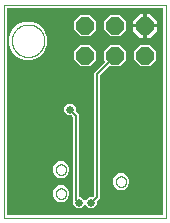
<source format=gtl>
G04 EAGLE Gerber RS-274X export*
G75*
%MOMM*%
%FSLAX34Y34*%
%LPD*%
%INTop copper*%
%IPPOS*%
%AMOC8*
5,1,8,0,0,1.08239X$1,22.5*%
G01*
%ADD10C,0.000000*%
%ADD11P,1.649562X8X22.500000*%
%ADD12C,0.654800*%
%ADD13C,0.203200*%

G36*
X149118Y17784D02*
X149118Y17784D01*
X149137Y17782D01*
X149239Y17804D01*
X149341Y17820D01*
X149358Y17830D01*
X149378Y17834D01*
X149467Y17887D01*
X149558Y17936D01*
X149572Y17950D01*
X149589Y17960D01*
X149656Y18039D01*
X149728Y18114D01*
X149736Y18132D01*
X149749Y18147D01*
X149788Y18243D01*
X149831Y18337D01*
X149833Y18357D01*
X149841Y18375D01*
X149859Y18542D01*
X149859Y192278D01*
X149856Y192298D01*
X149858Y192317D01*
X149836Y192419D01*
X149820Y192521D01*
X149810Y192538D01*
X149806Y192558D01*
X149753Y192647D01*
X149704Y192738D01*
X149690Y192752D01*
X149680Y192769D01*
X149601Y192836D01*
X149526Y192908D01*
X149508Y192916D01*
X149493Y192929D01*
X149397Y192968D01*
X149303Y193011D01*
X149283Y193013D01*
X149265Y193021D01*
X149098Y193039D01*
X18542Y193039D01*
X18522Y193036D01*
X18503Y193038D01*
X18401Y193016D01*
X18299Y193000D01*
X18282Y192990D01*
X18262Y192986D01*
X18173Y192933D01*
X18082Y192884D01*
X18068Y192870D01*
X18051Y192860D01*
X17984Y192781D01*
X17912Y192706D01*
X17904Y192688D01*
X17891Y192673D01*
X17852Y192577D01*
X17809Y192483D01*
X17807Y192463D01*
X17799Y192445D01*
X17781Y192278D01*
X17781Y18542D01*
X17784Y18522D01*
X17782Y18503D01*
X17804Y18401D01*
X17820Y18299D01*
X17830Y18282D01*
X17834Y18262D01*
X17887Y18173D01*
X17936Y18082D01*
X17950Y18068D01*
X17960Y18051D01*
X18039Y17984D01*
X18114Y17912D01*
X18132Y17904D01*
X18147Y17891D01*
X18243Y17852D01*
X18337Y17809D01*
X18357Y17807D01*
X18375Y17799D01*
X18542Y17781D01*
X149098Y17781D01*
X149118Y17784D01*
G37*
%LPC*%
G36*
X76752Y23141D02*
X76752Y23141D01*
X73941Y25952D01*
X73941Y28830D01*
X73927Y28920D01*
X73919Y29011D01*
X73907Y29041D01*
X73902Y29073D01*
X73859Y29154D01*
X73823Y29238D01*
X73797Y29270D01*
X73786Y29290D01*
X73763Y29313D01*
X73718Y29369D01*
X73659Y29428D01*
X73659Y100232D01*
X73645Y100322D01*
X73637Y100413D01*
X73625Y100443D01*
X73620Y100475D01*
X73577Y100556D01*
X73541Y100640D01*
X73515Y100672D01*
X73504Y100692D01*
X73481Y100715D01*
X73436Y100771D01*
X72549Y101658D01*
X72475Y101711D01*
X72405Y101771D01*
X72375Y101783D01*
X72349Y101802D01*
X72262Y101829D01*
X72177Y101863D01*
X72136Y101867D01*
X72114Y101874D01*
X72082Y101873D01*
X72010Y101881D01*
X69132Y101881D01*
X66321Y104692D01*
X66321Y108668D01*
X69132Y111479D01*
X73108Y111479D01*
X75919Y108668D01*
X75919Y105790D01*
X75933Y105700D01*
X75941Y105609D01*
X75953Y105579D01*
X75958Y105547D01*
X76001Y105466D01*
X76037Y105382D01*
X76063Y105350D01*
X76074Y105330D01*
X76097Y105307D01*
X76142Y105251D01*
X78741Y102652D01*
X78741Y33500D01*
X78744Y33480D01*
X78742Y33461D01*
X78764Y33359D01*
X78780Y33257D01*
X78790Y33240D01*
X78794Y33220D01*
X78847Y33131D01*
X78896Y33040D01*
X78910Y33026D01*
X78920Y33009D01*
X78999Y32942D01*
X79074Y32870D01*
X79092Y32862D01*
X79107Y32849D01*
X79203Y32810D01*
X79297Y32767D01*
X79317Y32765D01*
X79335Y32757D01*
X79502Y32739D01*
X80728Y32739D01*
X83282Y30185D01*
X83298Y30173D01*
X83310Y30158D01*
X83398Y30101D01*
X83481Y30041D01*
X83500Y30035D01*
X83517Y30025D01*
X83618Y29999D01*
X83717Y29969D01*
X83736Y29969D01*
X83756Y29964D01*
X83859Y29972D01*
X83962Y29975D01*
X83981Y29982D01*
X84001Y29984D01*
X84096Y30024D01*
X84193Y30060D01*
X84209Y30072D01*
X84227Y30080D01*
X84358Y30185D01*
X86912Y32739D01*
X89790Y32739D01*
X89880Y32753D01*
X89971Y32761D01*
X90001Y32773D01*
X90033Y32778D01*
X90114Y32821D01*
X90198Y32857D01*
X90230Y32883D01*
X90250Y32894D01*
X90273Y32917D01*
X90329Y32962D01*
X91216Y33849D01*
X91269Y33923D01*
X91329Y33993D01*
X91341Y34023D01*
X91360Y34049D01*
X91387Y34136D01*
X91421Y34221D01*
X91425Y34262D01*
X91432Y34284D01*
X91431Y34316D01*
X91439Y34388D01*
X91439Y138022D01*
X100609Y147192D01*
X100621Y147208D01*
X100637Y147221D01*
X100693Y147308D01*
X100753Y147392D01*
X100759Y147411D01*
X100770Y147428D01*
X100795Y147528D01*
X100825Y147627D01*
X100825Y147647D01*
X100830Y147666D01*
X100822Y147769D01*
X100819Y147873D01*
X100812Y147892D01*
X100810Y147911D01*
X100770Y148006D01*
X100734Y148104D01*
X100722Y148119D01*
X100714Y148138D01*
X100609Y148269D01*
X100266Y148612D01*
X100266Y156188D01*
X105623Y161545D01*
X113198Y161545D01*
X118555Y156188D01*
X118555Y148612D01*
X113198Y143255D01*
X105623Y143255D01*
X105279Y143599D01*
X105263Y143611D01*
X105250Y143626D01*
X105163Y143682D01*
X105079Y143742D01*
X105060Y143748D01*
X105044Y143759D01*
X104943Y143784D01*
X104844Y143815D01*
X104824Y143814D01*
X104805Y143819D01*
X104702Y143811D01*
X104598Y143808D01*
X104580Y143802D01*
X104560Y143800D01*
X104465Y143760D01*
X104367Y143724D01*
X104352Y143711D01*
X104333Y143704D01*
X104203Y143599D01*
X96744Y136140D01*
X96691Y136066D01*
X96631Y135997D01*
X96619Y135966D01*
X96600Y135940D01*
X96573Y135853D01*
X96539Y135768D01*
X96535Y135728D01*
X96528Y135705D01*
X96529Y135673D01*
X96521Y135602D01*
X96521Y31968D01*
X93922Y29369D01*
X93869Y29295D01*
X93809Y29225D01*
X93797Y29195D01*
X93778Y29169D01*
X93751Y29082D01*
X93717Y28997D01*
X93713Y28956D01*
X93706Y28934D01*
X93707Y28902D01*
X93699Y28830D01*
X93699Y25952D01*
X90888Y23141D01*
X86912Y23141D01*
X84358Y25695D01*
X84342Y25707D01*
X84330Y25722D01*
X84242Y25779D01*
X84159Y25839D01*
X84140Y25845D01*
X84123Y25855D01*
X84022Y25881D01*
X83923Y25911D01*
X83904Y25911D01*
X83884Y25916D01*
X83781Y25908D01*
X83678Y25905D01*
X83659Y25898D01*
X83639Y25896D01*
X83544Y25856D01*
X83447Y25820D01*
X83431Y25808D01*
X83413Y25800D01*
X83282Y25695D01*
X80728Y23141D01*
X76752Y23141D01*
G37*
%LPD*%
%LPC*%
G36*
X32360Y148709D02*
X32360Y148709D01*
X26372Y151189D01*
X21789Y155772D01*
X19309Y161760D01*
X19309Y168240D01*
X21789Y174228D01*
X26372Y178811D01*
X32360Y181291D01*
X38840Y181291D01*
X44828Y178811D01*
X49411Y174228D01*
X51891Y168240D01*
X51891Y161760D01*
X49411Y155772D01*
X44828Y151189D01*
X38840Y148709D01*
X32360Y148709D01*
G37*
%LPD*%
%LPC*%
G36*
X105623Y168655D02*
X105623Y168655D01*
X100266Y174012D01*
X100266Y181588D01*
X105623Y186945D01*
X113198Y186945D01*
X118555Y181588D01*
X118555Y174012D01*
X113198Y168655D01*
X105623Y168655D01*
G37*
%LPD*%
%LPC*%
G36*
X80223Y168655D02*
X80223Y168655D01*
X74866Y174012D01*
X74866Y181588D01*
X80223Y186945D01*
X87798Y186945D01*
X93155Y181588D01*
X93155Y174012D01*
X87798Y168655D01*
X80223Y168655D01*
G37*
%LPD*%
%LPC*%
G36*
X131023Y143255D02*
X131023Y143255D01*
X125666Y148612D01*
X125666Y156188D01*
X131023Y161545D01*
X138598Y161545D01*
X143955Y156188D01*
X143955Y148612D01*
X138598Y143255D01*
X131023Y143255D01*
G37*
%LPD*%
%LPC*%
G36*
X80223Y143255D02*
X80223Y143255D01*
X74866Y148612D01*
X74866Y156188D01*
X80223Y161545D01*
X87798Y161545D01*
X93155Y156188D01*
X93155Y148612D01*
X87798Y143255D01*
X80223Y143255D01*
G37*
%LPD*%
%LPC*%
G36*
X62110Y48894D02*
X62110Y48894D01*
X59543Y49958D01*
X57578Y51923D01*
X56514Y54490D01*
X56514Y57270D01*
X57578Y59837D01*
X59543Y61802D01*
X62110Y62866D01*
X64890Y62866D01*
X67457Y61802D01*
X69422Y59837D01*
X70486Y57270D01*
X70486Y54490D01*
X69422Y51923D01*
X67457Y49958D01*
X64890Y48894D01*
X62110Y48894D01*
G37*
%LPD*%
%LPC*%
G36*
X112910Y38734D02*
X112910Y38734D01*
X110343Y39798D01*
X108378Y41763D01*
X107314Y44330D01*
X107314Y47110D01*
X108378Y49677D01*
X110343Y51642D01*
X112910Y52706D01*
X115690Y52706D01*
X118257Y51642D01*
X120222Y49677D01*
X121286Y47110D01*
X121286Y44330D01*
X120222Y41763D01*
X118257Y39798D01*
X115690Y38734D01*
X112910Y38734D01*
G37*
%LPD*%
%LPC*%
G36*
X62110Y28574D02*
X62110Y28574D01*
X59543Y29638D01*
X57578Y31603D01*
X56514Y34170D01*
X56514Y36950D01*
X57578Y39517D01*
X59543Y41482D01*
X62110Y42546D01*
X64890Y42546D01*
X67457Y41482D01*
X69422Y39517D01*
X70486Y36950D01*
X70486Y34170D01*
X69422Y31603D01*
X67457Y29638D01*
X64890Y28574D01*
X62110Y28574D01*
G37*
%LPD*%
%LPC*%
G36*
X136334Y179323D02*
X136334Y179323D01*
X136334Y187961D01*
X139019Y187961D01*
X144971Y182009D01*
X144971Y179323D01*
X136334Y179323D01*
G37*
%LPD*%
%LPC*%
G36*
X124650Y179323D02*
X124650Y179323D01*
X124650Y182009D01*
X130602Y187961D01*
X133287Y187961D01*
X133287Y179323D01*
X124650Y179323D01*
G37*
%LPD*%
%LPC*%
G36*
X136334Y167639D02*
X136334Y167639D01*
X136334Y176277D01*
X144971Y176277D01*
X144971Y173591D01*
X139019Y167639D01*
X136334Y167639D01*
G37*
%LPD*%
%LPC*%
G36*
X130602Y167639D02*
X130602Y167639D01*
X124650Y173591D01*
X124650Y176277D01*
X133287Y176277D01*
X133287Y167639D01*
X130602Y167639D01*
G37*
%LPD*%
%LPC*%
G36*
X134810Y177799D02*
X134810Y177799D01*
X134810Y177801D01*
X134811Y177801D01*
X134811Y177799D01*
X134810Y177799D01*
G37*
%LPD*%
D10*
X15240Y15240D02*
X152400Y15240D01*
X152400Y195580D01*
X15240Y195580D01*
X15240Y15240D01*
X21850Y165000D02*
X21854Y165337D01*
X21867Y165675D01*
X21887Y166012D01*
X21916Y166348D01*
X21953Y166683D01*
X21999Y167018D01*
X22052Y167351D01*
X22114Y167682D01*
X22184Y168013D01*
X22262Y168341D01*
X22348Y168667D01*
X22442Y168991D01*
X22544Y169313D01*
X22654Y169632D01*
X22771Y169949D01*
X22897Y170262D01*
X23030Y170572D01*
X23170Y170879D01*
X23318Y171182D01*
X23474Y171482D01*
X23636Y171777D01*
X23806Y172069D01*
X23983Y172356D01*
X24167Y172639D01*
X24358Y172917D01*
X24556Y173191D01*
X24760Y173459D01*
X24971Y173723D01*
X25188Y173981D01*
X25412Y174234D01*
X25642Y174481D01*
X25877Y174723D01*
X26119Y174958D01*
X26366Y175188D01*
X26619Y175412D01*
X26877Y175629D01*
X27141Y175840D01*
X27409Y176044D01*
X27683Y176242D01*
X27961Y176433D01*
X28244Y176617D01*
X28531Y176794D01*
X28823Y176964D01*
X29118Y177126D01*
X29418Y177282D01*
X29721Y177430D01*
X30028Y177570D01*
X30338Y177703D01*
X30651Y177829D01*
X30968Y177946D01*
X31287Y178056D01*
X31609Y178158D01*
X31933Y178252D01*
X32259Y178338D01*
X32587Y178416D01*
X32918Y178486D01*
X33249Y178548D01*
X33582Y178601D01*
X33917Y178647D01*
X34252Y178684D01*
X34588Y178713D01*
X34925Y178733D01*
X35263Y178746D01*
X35600Y178750D01*
X35937Y178746D01*
X36275Y178733D01*
X36612Y178713D01*
X36948Y178684D01*
X37283Y178647D01*
X37618Y178601D01*
X37951Y178548D01*
X38282Y178486D01*
X38613Y178416D01*
X38941Y178338D01*
X39267Y178252D01*
X39591Y178158D01*
X39913Y178056D01*
X40232Y177946D01*
X40549Y177829D01*
X40862Y177703D01*
X41172Y177570D01*
X41479Y177430D01*
X41782Y177282D01*
X42082Y177126D01*
X42377Y176964D01*
X42669Y176794D01*
X42956Y176617D01*
X43239Y176433D01*
X43517Y176242D01*
X43791Y176044D01*
X44059Y175840D01*
X44323Y175629D01*
X44581Y175412D01*
X44834Y175188D01*
X45081Y174958D01*
X45323Y174723D01*
X45558Y174481D01*
X45788Y174234D01*
X46012Y173981D01*
X46229Y173723D01*
X46440Y173459D01*
X46644Y173191D01*
X46842Y172917D01*
X47033Y172639D01*
X47217Y172356D01*
X47394Y172069D01*
X47564Y171777D01*
X47726Y171482D01*
X47882Y171182D01*
X48030Y170879D01*
X48170Y170572D01*
X48303Y170262D01*
X48429Y169949D01*
X48546Y169632D01*
X48656Y169313D01*
X48758Y168991D01*
X48852Y168667D01*
X48938Y168341D01*
X49016Y168013D01*
X49086Y167682D01*
X49148Y167351D01*
X49201Y167018D01*
X49247Y166683D01*
X49284Y166348D01*
X49313Y166012D01*
X49333Y165675D01*
X49346Y165337D01*
X49350Y165000D01*
X49346Y164663D01*
X49333Y164325D01*
X49313Y163988D01*
X49284Y163652D01*
X49247Y163317D01*
X49201Y162982D01*
X49148Y162649D01*
X49086Y162318D01*
X49016Y161987D01*
X48938Y161659D01*
X48852Y161333D01*
X48758Y161009D01*
X48656Y160687D01*
X48546Y160368D01*
X48429Y160051D01*
X48303Y159738D01*
X48170Y159428D01*
X48030Y159121D01*
X47882Y158818D01*
X47726Y158518D01*
X47564Y158223D01*
X47394Y157931D01*
X47217Y157644D01*
X47033Y157361D01*
X46842Y157083D01*
X46644Y156809D01*
X46440Y156541D01*
X46229Y156277D01*
X46012Y156019D01*
X45788Y155766D01*
X45558Y155519D01*
X45323Y155277D01*
X45081Y155042D01*
X44834Y154812D01*
X44581Y154588D01*
X44323Y154371D01*
X44059Y154160D01*
X43791Y153956D01*
X43517Y153758D01*
X43239Y153567D01*
X42956Y153383D01*
X42669Y153206D01*
X42377Y153036D01*
X42082Y152874D01*
X41782Y152718D01*
X41479Y152570D01*
X41172Y152430D01*
X40862Y152297D01*
X40549Y152171D01*
X40232Y152054D01*
X39913Y151944D01*
X39591Y151842D01*
X39267Y151748D01*
X38941Y151662D01*
X38613Y151584D01*
X38282Y151514D01*
X37951Y151452D01*
X37618Y151399D01*
X37283Y151353D01*
X36948Y151316D01*
X36612Y151287D01*
X36275Y151267D01*
X35937Y151254D01*
X35600Y151250D01*
X35263Y151254D01*
X34925Y151267D01*
X34588Y151287D01*
X34252Y151316D01*
X33917Y151353D01*
X33582Y151399D01*
X33249Y151452D01*
X32918Y151514D01*
X32587Y151584D01*
X32259Y151662D01*
X31933Y151748D01*
X31609Y151842D01*
X31287Y151944D01*
X30968Y152054D01*
X30651Y152171D01*
X30338Y152297D01*
X30028Y152430D01*
X29721Y152570D01*
X29418Y152718D01*
X29118Y152874D01*
X28823Y153036D01*
X28531Y153206D01*
X28244Y153383D01*
X27961Y153567D01*
X27683Y153758D01*
X27409Y153956D01*
X27141Y154160D01*
X26877Y154371D01*
X26619Y154588D01*
X26366Y154812D01*
X26119Y155042D01*
X25877Y155277D01*
X25642Y155519D01*
X25412Y155766D01*
X25188Y156019D01*
X24971Y156277D01*
X24760Y156541D01*
X24556Y156809D01*
X24358Y157083D01*
X24167Y157361D01*
X23983Y157644D01*
X23806Y157931D01*
X23636Y158223D01*
X23474Y158518D01*
X23318Y158818D01*
X23170Y159121D01*
X23030Y159428D01*
X22897Y159738D01*
X22771Y160051D01*
X22654Y160368D01*
X22544Y160687D01*
X22442Y161009D01*
X22348Y161333D01*
X22262Y161659D01*
X22184Y161987D01*
X22114Y162318D01*
X22052Y162649D01*
X21999Y162982D01*
X21953Y163317D01*
X21916Y163652D01*
X21887Y163988D01*
X21867Y164325D01*
X21854Y164663D01*
X21850Y165000D01*
D11*
X84011Y152400D03*
X84011Y177800D03*
X109411Y152400D03*
X109411Y177800D03*
X134811Y152400D03*
X134811Y177800D03*
D10*
X109855Y45720D02*
X109857Y45853D01*
X109863Y45986D01*
X109873Y46118D01*
X109887Y46251D01*
X109905Y46382D01*
X109926Y46514D01*
X109952Y46644D01*
X109982Y46774D01*
X110015Y46903D01*
X110052Y47030D01*
X110094Y47157D01*
X110138Y47282D01*
X110187Y47406D01*
X110239Y47528D01*
X110295Y47649D01*
X110355Y47768D01*
X110418Y47885D01*
X110484Y48000D01*
X110554Y48113D01*
X110627Y48224D01*
X110704Y48333D01*
X110784Y48439D01*
X110867Y48543D01*
X110953Y48645D01*
X111042Y48743D01*
X111133Y48839D01*
X111228Y48933D01*
X111326Y49023D01*
X111426Y49111D01*
X111529Y49195D01*
X111634Y49277D01*
X111741Y49355D01*
X111851Y49430D01*
X111963Y49501D01*
X112078Y49569D01*
X112194Y49634D01*
X112312Y49696D01*
X112432Y49753D01*
X112553Y49807D01*
X112676Y49858D01*
X112801Y49904D01*
X112926Y49947D01*
X113054Y49987D01*
X113182Y50022D01*
X113311Y50054D01*
X113441Y50081D01*
X113572Y50105D01*
X113703Y50125D01*
X113835Y50141D01*
X113968Y50153D01*
X114101Y50161D01*
X114234Y50165D01*
X114366Y50165D01*
X114499Y50161D01*
X114632Y50153D01*
X114765Y50141D01*
X114897Y50125D01*
X115028Y50105D01*
X115159Y50081D01*
X115289Y50054D01*
X115418Y50022D01*
X115546Y49987D01*
X115674Y49947D01*
X115799Y49904D01*
X115924Y49858D01*
X116047Y49807D01*
X116168Y49753D01*
X116288Y49696D01*
X116406Y49634D01*
X116523Y49569D01*
X116637Y49501D01*
X116749Y49430D01*
X116859Y49355D01*
X116966Y49277D01*
X117071Y49195D01*
X117174Y49111D01*
X117274Y49023D01*
X117372Y48933D01*
X117467Y48839D01*
X117558Y48743D01*
X117647Y48645D01*
X117733Y48543D01*
X117816Y48439D01*
X117896Y48333D01*
X117973Y48224D01*
X118046Y48113D01*
X118116Y48000D01*
X118182Y47885D01*
X118245Y47768D01*
X118305Y47649D01*
X118361Y47528D01*
X118413Y47406D01*
X118462Y47282D01*
X118506Y47157D01*
X118548Y47030D01*
X118585Y46903D01*
X118618Y46774D01*
X118648Y46644D01*
X118674Y46514D01*
X118695Y46382D01*
X118713Y46251D01*
X118727Y46118D01*
X118737Y45986D01*
X118743Y45853D01*
X118745Y45720D01*
X118743Y45587D01*
X118737Y45454D01*
X118727Y45322D01*
X118713Y45189D01*
X118695Y45058D01*
X118674Y44926D01*
X118648Y44796D01*
X118618Y44666D01*
X118585Y44537D01*
X118548Y44410D01*
X118506Y44283D01*
X118462Y44158D01*
X118413Y44034D01*
X118361Y43912D01*
X118305Y43791D01*
X118245Y43672D01*
X118182Y43555D01*
X118116Y43440D01*
X118046Y43327D01*
X117973Y43216D01*
X117896Y43107D01*
X117816Y43001D01*
X117733Y42897D01*
X117647Y42795D01*
X117558Y42697D01*
X117467Y42601D01*
X117372Y42507D01*
X117274Y42417D01*
X117174Y42329D01*
X117071Y42245D01*
X116966Y42163D01*
X116859Y42085D01*
X116749Y42010D01*
X116637Y41939D01*
X116522Y41871D01*
X116406Y41806D01*
X116288Y41744D01*
X116168Y41687D01*
X116047Y41633D01*
X115924Y41582D01*
X115799Y41536D01*
X115674Y41493D01*
X115546Y41453D01*
X115418Y41418D01*
X115289Y41386D01*
X115159Y41359D01*
X115028Y41335D01*
X114897Y41315D01*
X114765Y41299D01*
X114632Y41287D01*
X114499Y41279D01*
X114366Y41275D01*
X114234Y41275D01*
X114101Y41279D01*
X113968Y41287D01*
X113835Y41299D01*
X113703Y41315D01*
X113572Y41335D01*
X113441Y41359D01*
X113311Y41386D01*
X113182Y41418D01*
X113054Y41453D01*
X112926Y41493D01*
X112801Y41536D01*
X112676Y41582D01*
X112553Y41633D01*
X112432Y41687D01*
X112312Y41744D01*
X112194Y41806D01*
X112077Y41871D01*
X111963Y41939D01*
X111851Y42010D01*
X111741Y42085D01*
X111634Y42163D01*
X111529Y42245D01*
X111426Y42329D01*
X111326Y42417D01*
X111228Y42507D01*
X111133Y42601D01*
X111042Y42697D01*
X110953Y42795D01*
X110867Y42897D01*
X110784Y43001D01*
X110704Y43107D01*
X110627Y43216D01*
X110554Y43327D01*
X110484Y43440D01*
X110418Y43555D01*
X110355Y43672D01*
X110295Y43791D01*
X110239Y43912D01*
X110187Y44034D01*
X110138Y44158D01*
X110094Y44283D01*
X110052Y44410D01*
X110015Y44537D01*
X109982Y44666D01*
X109952Y44796D01*
X109926Y44926D01*
X109905Y45058D01*
X109887Y45189D01*
X109873Y45322D01*
X109863Y45454D01*
X109857Y45587D01*
X109855Y45720D01*
X59055Y35560D02*
X59057Y35693D01*
X59063Y35826D01*
X59073Y35958D01*
X59087Y36091D01*
X59105Y36222D01*
X59126Y36354D01*
X59152Y36484D01*
X59182Y36614D01*
X59215Y36743D01*
X59252Y36870D01*
X59294Y36997D01*
X59338Y37122D01*
X59387Y37246D01*
X59439Y37368D01*
X59495Y37489D01*
X59555Y37608D01*
X59618Y37725D01*
X59684Y37840D01*
X59754Y37953D01*
X59827Y38064D01*
X59904Y38173D01*
X59984Y38279D01*
X60067Y38383D01*
X60153Y38485D01*
X60242Y38583D01*
X60333Y38679D01*
X60428Y38773D01*
X60526Y38863D01*
X60626Y38951D01*
X60729Y39035D01*
X60834Y39117D01*
X60941Y39195D01*
X61051Y39270D01*
X61163Y39341D01*
X61278Y39409D01*
X61394Y39474D01*
X61512Y39536D01*
X61632Y39593D01*
X61753Y39647D01*
X61876Y39698D01*
X62001Y39744D01*
X62126Y39787D01*
X62254Y39827D01*
X62382Y39862D01*
X62511Y39894D01*
X62641Y39921D01*
X62772Y39945D01*
X62903Y39965D01*
X63035Y39981D01*
X63168Y39993D01*
X63301Y40001D01*
X63434Y40005D01*
X63566Y40005D01*
X63699Y40001D01*
X63832Y39993D01*
X63965Y39981D01*
X64097Y39965D01*
X64228Y39945D01*
X64359Y39921D01*
X64489Y39894D01*
X64618Y39862D01*
X64746Y39827D01*
X64874Y39787D01*
X64999Y39744D01*
X65124Y39698D01*
X65247Y39647D01*
X65368Y39593D01*
X65488Y39536D01*
X65606Y39474D01*
X65723Y39409D01*
X65837Y39341D01*
X65949Y39270D01*
X66059Y39195D01*
X66166Y39117D01*
X66271Y39035D01*
X66374Y38951D01*
X66474Y38863D01*
X66572Y38773D01*
X66667Y38679D01*
X66758Y38583D01*
X66847Y38485D01*
X66933Y38383D01*
X67016Y38279D01*
X67096Y38173D01*
X67173Y38064D01*
X67246Y37953D01*
X67316Y37840D01*
X67382Y37725D01*
X67445Y37608D01*
X67505Y37489D01*
X67561Y37368D01*
X67613Y37246D01*
X67662Y37122D01*
X67706Y36997D01*
X67748Y36870D01*
X67785Y36743D01*
X67818Y36614D01*
X67848Y36484D01*
X67874Y36354D01*
X67895Y36222D01*
X67913Y36091D01*
X67927Y35958D01*
X67937Y35826D01*
X67943Y35693D01*
X67945Y35560D01*
X67943Y35427D01*
X67937Y35294D01*
X67927Y35162D01*
X67913Y35029D01*
X67895Y34898D01*
X67874Y34766D01*
X67848Y34636D01*
X67818Y34506D01*
X67785Y34377D01*
X67748Y34250D01*
X67706Y34123D01*
X67662Y33998D01*
X67613Y33874D01*
X67561Y33752D01*
X67505Y33631D01*
X67445Y33512D01*
X67382Y33395D01*
X67316Y33280D01*
X67246Y33167D01*
X67173Y33056D01*
X67096Y32947D01*
X67016Y32841D01*
X66933Y32737D01*
X66847Y32635D01*
X66758Y32537D01*
X66667Y32441D01*
X66572Y32347D01*
X66474Y32257D01*
X66374Y32169D01*
X66271Y32085D01*
X66166Y32003D01*
X66059Y31925D01*
X65949Y31850D01*
X65837Y31779D01*
X65722Y31711D01*
X65606Y31646D01*
X65488Y31584D01*
X65368Y31527D01*
X65247Y31473D01*
X65124Y31422D01*
X64999Y31376D01*
X64874Y31333D01*
X64746Y31293D01*
X64618Y31258D01*
X64489Y31226D01*
X64359Y31199D01*
X64228Y31175D01*
X64097Y31155D01*
X63965Y31139D01*
X63832Y31127D01*
X63699Y31119D01*
X63566Y31115D01*
X63434Y31115D01*
X63301Y31119D01*
X63168Y31127D01*
X63035Y31139D01*
X62903Y31155D01*
X62772Y31175D01*
X62641Y31199D01*
X62511Y31226D01*
X62382Y31258D01*
X62254Y31293D01*
X62126Y31333D01*
X62001Y31376D01*
X61876Y31422D01*
X61753Y31473D01*
X61632Y31527D01*
X61512Y31584D01*
X61394Y31646D01*
X61277Y31711D01*
X61163Y31779D01*
X61051Y31850D01*
X60941Y31925D01*
X60834Y32003D01*
X60729Y32085D01*
X60626Y32169D01*
X60526Y32257D01*
X60428Y32347D01*
X60333Y32441D01*
X60242Y32537D01*
X60153Y32635D01*
X60067Y32737D01*
X59984Y32841D01*
X59904Y32947D01*
X59827Y33056D01*
X59754Y33167D01*
X59684Y33280D01*
X59618Y33395D01*
X59555Y33512D01*
X59495Y33631D01*
X59439Y33752D01*
X59387Y33874D01*
X59338Y33998D01*
X59294Y34123D01*
X59252Y34250D01*
X59215Y34377D01*
X59182Y34506D01*
X59152Y34636D01*
X59126Y34766D01*
X59105Y34898D01*
X59087Y35029D01*
X59073Y35162D01*
X59063Y35294D01*
X59057Y35427D01*
X59055Y35560D01*
X59055Y55880D02*
X59057Y56013D01*
X59063Y56146D01*
X59073Y56278D01*
X59087Y56411D01*
X59105Y56542D01*
X59126Y56674D01*
X59152Y56804D01*
X59182Y56934D01*
X59215Y57063D01*
X59252Y57190D01*
X59294Y57317D01*
X59338Y57442D01*
X59387Y57566D01*
X59439Y57688D01*
X59495Y57809D01*
X59555Y57928D01*
X59618Y58045D01*
X59684Y58160D01*
X59754Y58273D01*
X59827Y58384D01*
X59904Y58493D01*
X59984Y58599D01*
X60067Y58703D01*
X60153Y58805D01*
X60242Y58903D01*
X60333Y58999D01*
X60428Y59093D01*
X60526Y59183D01*
X60626Y59271D01*
X60729Y59355D01*
X60834Y59437D01*
X60941Y59515D01*
X61051Y59590D01*
X61163Y59661D01*
X61278Y59729D01*
X61394Y59794D01*
X61512Y59856D01*
X61632Y59913D01*
X61753Y59967D01*
X61876Y60018D01*
X62001Y60064D01*
X62126Y60107D01*
X62254Y60147D01*
X62382Y60182D01*
X62511Y60214D01*
X62641Y60241D01*
X62772Y60265D01*
X62903Y60285D01*
X63035Y60301D01*
X63168Y60313D01*
X63301Y60321D01*
X63434Y60325D01*
X63566Y60325D01*
X63699Y60321D01*
X63832Y60313D01*
X63965Y60301D01*
X64097Y60285D01*
X64228Y60265D01*
X64359Y60241D01*
X64489Y60214D01*
X64618Y60182D01*
X64746Y60147D01*
X64874Y60107D01*
X64999Y60064D01*
X65124Y60018D01*
X65247Y59967D01*
X65368Y59913D01*
X65488Y59856D01*
X65606Y59794D01*
X65723Y59729D01*
X65837Y59661D01*
X65949Y59590D01*
X66059Y59515D01*
X66166Y59437D01*
X66271Y59355D01*
X66374Y59271D01*
X66474Y59183D01*
X66572Y59093D01*
X66667Y58999D01*
X66758Y58903D01*
X66847Y58805D01*
X66933Y58703D01*
X67016Y58599D01*
X67096Y58493D01*
X67173Y58384D01*
X67246Y58273D01*
X67316Y58160D01*
X67382Y58045D01*
X67445Y57928D01*
X67505Y57809D01*
X67561Y57688D01*
X67613Y57566D01*
X67662Y57442D01*
X67706Y57317D01*
X67748Y57190D01*
X67785Y57063D01*
X67818Y56934D01*
X67848Y56804D01*
X67874Y56674D01*
X67895Y56542D01*
X67913Y56411D01*
X67927Y56278D01*
X67937Y56146D01*
X67943Y56013D01*
X67945Y55880D01*
X67943Y55747D01*
X67937Y55614D01*
X67927Y55482D01*
X67913Y55349D01*
X67895Y55218D01*
X67874Y55086D01*
X67848Y54956D01*
X67818Y54826D01*
X67785Y54697D01*
X67748Y54570D01*
X67706Y54443D01*
X67662Y54318D01*
X67613Y54194D01*
X67561Y54072D01*
X67505Y53951D01*
X67445Y53832D01*
X67382Y53715D01*
X67316Y53600D01*
X67246Y53487D01*
X67173Y53376D01*
X67096Y53267D01*
X67016Y53161D01*
X66933Y53057D01*
X66847Y52955D01*
X66758Y52857D01*
X66667Y52761D01*
X66572Y52667D01*
X66474Y52577D01*
X66374Y52489D01*
X66271Y52405D01*
X66166Y52323D01*
X66059Y52245D01*
X65949Y52170D01*
X65837Y52099D01*
X65722Y52031D01*
X65606Y51966D01*
X65488Y51904D01*
X65368Y51847D01*
X65247Y51793D01*
X65124Y51742D01*
X64999Y51696D01*
X64874Y51653D01*
X64746Y51613D01*
X64618Y51578D01*
X64489Y51546D01*
X64359Y51519D01*
X64228Y51495D01*
X64097Y51475D01*
X63965Y51459D01*
X63832Y51447D01*
X63699Y51439D01*
X63566Y51435D01*
X63434Y51435D01*
X63301Y51439D01*
X63168Y51447D01*
X63035Y51459D01*
X62903Y51475D01*
X62772Y51495D01*
X62641Y51519D01*
X62511Y51546D01*
X62382Y51578D01*
X62254Y51613D01*
X62126Y51653D01*
X62001Y51696D01*
X61876Y51742D01*
X61753Y51793D01*
X61632Y51847D01*
X61512Y51904D01*
X61394Y51966D01*
X61277Y52031D01*
X61163Y52099D01*
X61051Y52170D01*
X60941Y52245D01*
X60834Y52323D01*
X60729Y52405D01*
X60626Y52489D01*
X60526Y52577D01*
X60428Y52667D01*
X60333Y52761D01*
X60242Y52857D01*
X60153Y52955D01*
X60067Y53057D01*
X59984Y53161D01*
X59904Y53267D01*
X59827Y53376D01*
X59754Y53487D01*
X59684Y53600D01*
X59618Y53715D01*
X59555Y53832D01*
X59495Y53951D01*
X59439Y54072D01*
X59387Y54194D01*
X59338Y54318D01*
X59294Y54443D01*
X59252Y54570D01*
X59215Y54697D01*
X59182Y54826D01*
X59152Y54956D01*
X59126Y55086D01*
X59105Y55218D01*
X59087Y55349D01*
X59073Y55482D01*
X59063Y55614D01*
X59057Y55747D01*
X59055Y55880D01*
D12*
X78740Y27940D03*
D13*
X76200Y30480D01*
D12*
X71120Y106680D03*
D13*
X76200Y101600D02*
X76200Y30480D01*
X76200Y101600D02*
X71120Y106680D01*
D12*
X88900Y27940D03*
D13*
X93980Y33020D01*
X93980Y136970D02*
X109411Y152400D01*
X93980Y136970D02*
X93980Y33020D01*
M02*

</source>
